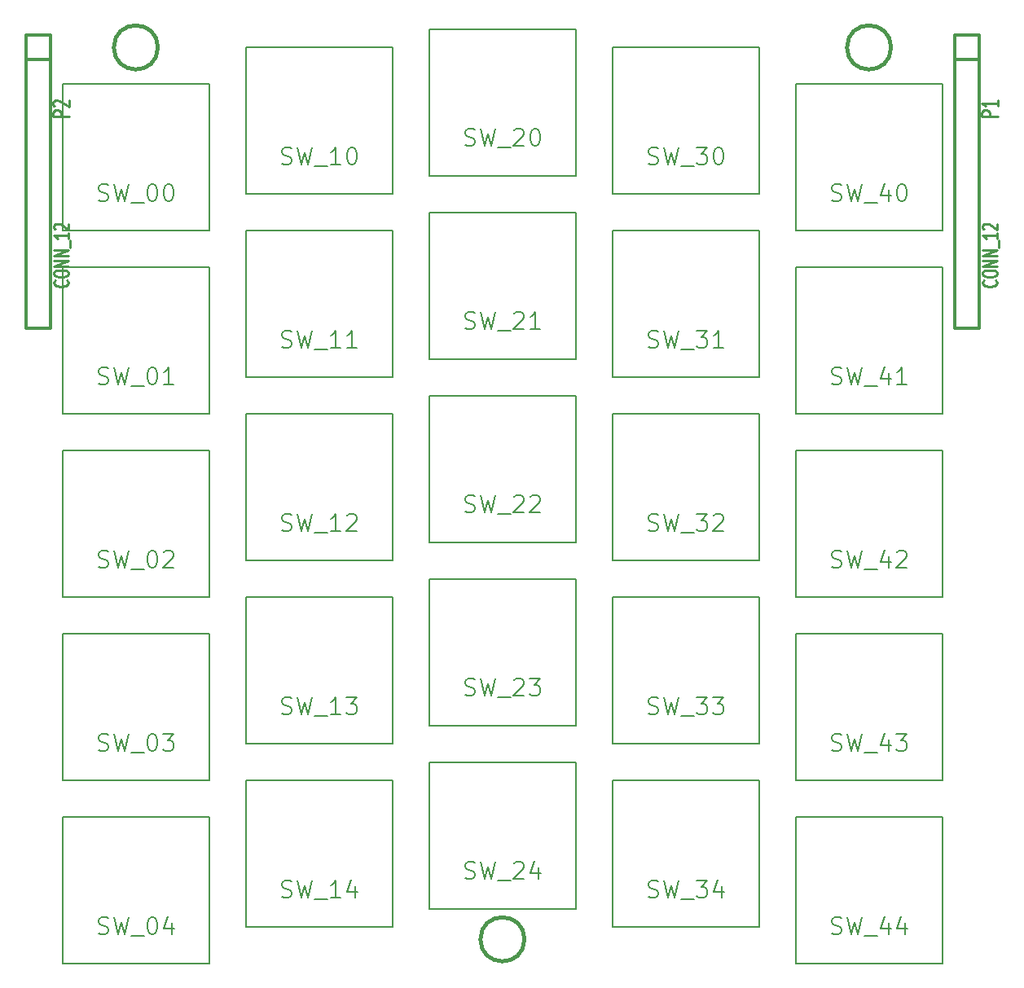
<source format=gto>
G04 (created by PCBNEW (2013-jul-07)-stable) date Monday, February 03, 2014 'pmt' 10:27:20 pm*
%MOIN*%
G04 Gerber Fmt 3.4, Leading zero omitted, Abs format*
%FSLAX34Y34*%
G01*
G70*
G90*
G04 APERTURE LIST*
%ADD10C,0.00590551*%
%ADD11C,0.006*%
%ADD12C,0.015*%
%ADD13C,0.012*%
%ADD14C,0.008*%
%ADD15C,0.0107*%
%ADD16C,0.01*%
G04 APERTURE END LIST*
G54D10*
G54D11*
X19000Y-33750D02*
X25000Y-33750D01*
X25000Y-33750D02*
X25000Y-39750D01*
X25000Y-39750D02*
X19000Y-39750D01*
X19000Y-39750D02*
X19000Y-33750D01*
X11500Y-35250D02*
X17500Y-35250D01*
X17500Y-35250D02*
X17500Y-41250D01*
X17500Y-41250D02*
X11500Y-41250D01*
X11500Y-41250D02*
X11500Y-35250D01*
X41500Y-27750D02*
X47500Y-27750D01*
X47500Y-27750D02*
X47500Y-33750D01*
X47500Y-33750D02*
X41500Y-33750D01*
X41500Y-33750D02*
X41500Y-27750D01*
X26500Y-33000D02*
X32500Y-33000D01*
X32500Y-33000D02*
X32500Y-39000D01*
X32500Y-39000D02*
X26500Y-39000D01*
X26500Y-39000D02*
X26500Y-33000D01*
X34000Y-26250D02*
X40000Y-26250D01*
X40000Y-26250D02*
X40000Y-32250D01*
X40000Y-32250D02*
X34000Y-32250D01*
X34000Y-32250D02*
X34000Y-26250D01*
X26500Y-25500D02*
X32500Y-25500D01*
X32500Y-25500D02*
X32500Y-31500D01*
X32500Y-31500D02*
X26500Y-31500D01*
X26500Y-31500D02*
X26500Y-25500D01*
X34000Y-33750D02*
X40000Y-33750D01*
X40000Y-33750D02*
X40000Y-39750D01*
X40000Y-39750D02*
X34000Y-39750D01*
X34000Y-39750D02*
X34000Y-33750D01*
X19000Y-26250D02*
X25000Y-26250D01*
X25000Y-26250D02*
X25000Y-32250D01*
X25000Y-32250D02*
X19000Y-32250D01*
X19000Y-32250D02*
X19000Y-26250D01*
X11500Y-27750D02*
X17500Y-27750D01*
X17500Y-27750D02*
X17500Y-33750D01*
X17500Y-33750D02*
X11500Y-33750D01*
X11500Y-33750D02*
X11500Y-27750D01*
X41500Y-35250D02*
X47500Y-35250D01*
X47500Y-35250D02*
X47500Y-41250D01*
X47500Y-41250D02*
X41500Y-41250D01*
X41500Y-41250D02*
X41500Y-35250D01*
X41500Y-20250D02*
X47500Y-20250D01*
X47500Y-20250D02*
X47500Y-26250D01*
X47500Y-26250D02*
X41500Y-26250D01*
X41500Y-26250D02*
X41500Y-20250D01*
X34000Y-18750D02*
X40000Y-18750D01*
X40000Y-18750D02*
X40000Y-24750D01*
X40000Y-24750D02*
X34000Y-24750D01*
X34000Y-24750D02*
X34000Y-18750D01*
X11500Y-42750D02*
X17500Y-42750D01*
X17500Y-42750D02*
X17500Y-48750D01*
X17500Y-48750D02*
X11500Y-48750D01*
X11500Y-48750D02*
X11500Y-42750D01*
X26500Y-18000D02*
X32500Y-18000D01*
X32500Y-18000D02*
X32500Y-24000D01*
X32500Y-24000D02*
X26500Y-24000D01*
X26500Y-24000D02*
X26500Y-18000D01*
X19000Y-18750D02*
X25000Y-18750D01*
X25000Y-18750D02*
X25000Y-24750D01*
X25000Y-24750D02*
X19000Y-24750D01*
X19000Y-24750D02*
X19000Y-18750D01*
X19000Y-41250D02*
X25000Y-41250D01*
X25000Y-41250D02*
X25000Y-47250D01*
X25000Y-47250D02*
X19000Y-47250D01*
X19000Y-47250D02*
X19000Y-41250D01*
X11500Y-12750D02*
X17500Y-12750D01*
X17500Y-12750D02*
X17500Y-18750D01*
X17500Y-18750D02*
X11500Y-18750D01*
X11500Y-18750D02*
X11500Y-12750D01*
X11500Y-20250D02*
X17500Y-20250D01*
X17500Y-20250D02*
X17500Y-26250D01*
X17500Y-26250D02*
X11500Y-26250D01*
X11500Y-26250D02*
X11500Y-20250D01*
X41500Y-12750D02*
X47500Y-12750D01*
X47500Y-12750D02*
X47500Y-18750D01*
X47500Y-18750D02*
X41500Y-18750D01*
X41500Y-18750D02*
X41500Y-12750D01*
X34000Y-11250D02*
X40000Y-11250D01*
X40000Y-11250D02*
X40000Y-17250D01*
X40000Y-17250D02*
X34000Y-17250D01*
X34000Y-17250D02*
X34000Y-11250D01*
X26500Y-10500D02*
X32500Y-10500D01*
X32500Y-10500D02*
X32500Y-16500D01*
X32500Y-16500D02*
X26500Y-16500D01*
X26500Y-16500D02*
X26500Y-10500D01*
X19000Y-11250D02*
X25000Y-11250D01*
X25000Y-11250D02*
X25000Y-17250D01*
X25000Y-17250D02*
X19000Y-17250D01*
X19000Y-17250D02*
X19000Y-11250D01*
X26500Y-40500D02*
X32500Y-40500D01*
X32500Y-40500D02*
X32500Y-46500D01*
X32500Y-46500D02*
X26500Y-46500D01*
X26500Y-46500D02*
X26500Y-40500D01*
X34000Y-41250D02*
X40000Y-41250D01*
X40000Y-41250D02*
X40000Y-47250D01*
X40000Y-47250D02*
X34000Y-47250D01*
X34000Y-47250D02*
X34000Y-41250D01*
X41500Y-42750D02*
X47500Y-42750D01*
X47500Y-42750D02*
X47500Y-48750D01*
X47500Y-48750D02*
X41500Y-48750D01*
X41500Y-48750D02*
X41500Y-42750D01*
G54D12*
X45400Y-11250D02*
G75*
G03X45400Y-11250I-900J0D01*
G74*
G01*
X15400Y-11250D02*
G75*
G03X15400Y-11250I-900J0D01*
G74*
G01*
X30400Y-47750D02*
G75*
G03X30400Y-47750I-900J0D01*
G74*
G01*
G54D13*
X48000Y-10750D02*
X48000Y-10750D01*
X48000Y-10750D02*
X49000Y-10750D01*
X49000Y-10750D02*
X49000Y-20750D01*
X48000Y-20750D02*
X48000Y-10750D01*
X48000Y-11750D02*
X49000Y-11750D01*
X49000Y-20750D02*
X49000Y-22500D01*
X49000Y-22500D02*
X49000Y-22750D01*
X49000Y-22750D02*
X48000Y-22750D01*
X48000Y-22750D02*
X48000Y-20750D01*
X10000Y-10750D02*
X10000Y-10750D01*
X10000Y-10750D02*
X11000Y-10750D01*
X11000Y-10750D02*
X11000Y-20750D01*
X10000Y-20750D02*
X10000Y-10750D01*
X10000Y-11750D02*
X11000Y-11750D01*
X11000Y-20750D02*
X11000Y-22500D01*
X11000Y-22500D02*
X11000Y-22750D01*
X11000Y-22750D02*
X10000Y-22750D01*
X10000Y-22750D02*
X10000Y-20750D01*
G54D14*
X20466Y-38500D02*
X20566Y-38533D01*
X20733Y-38533D01*
X20800Y-38500D01*
X20833Y-38466D01*
X20866Y-38400D01*
X20866Y-38333D01*
X20833Y-38266D01*
X20800Y-38233D01*
X20733Y-38200D01*
X20600Y-38166D01*
X20533Y-38133D01*
X20500Y-38100D01*
X20466Y-38033D01*
X20466Y-37966D01*
X20500Y-37900D01*
X20533Y-37866D01*
X20600Y-37833D01*
X20766Y-37833D01*
X20866Y-37866D01*
X21100Y-37833D02*
X21266Y-38533D01*
X21400Y-38033D01*
X21533Y-38533D01*
X21700Y-37833D01*
X21800Y-38600D02*
X22333Y-38600D01*
X22866Y-38533D02*
X22466Y-38533D01*
X22666Y-38533D02*
X22666Y-37833D01*
X22600Y-37933D01*
X22533Y-38000D01*
X22466Y-38033D01*
X23100Y-37833D02*
X23533Y-37833D01*
X23300Y-38100D01*
X23400Y-38100D01*
X23466Y-38133D01*
X23500Y-38166D01*
X23533Y-38233D01*
X23533Y-38400D01*
X23500Y-38466D01*
X23466Y-38500D01*
X23400Y-38533D01*
X23200Y-38533D01*
X23133Y-38500D01*
X23100Y-38466D01*
X12966Y-40000D02*
X13066Y-40033D01*
X13233Y-40033D01*
X13300Y-40000D01*
X13333Y-39966D01*
X13366Y-39900D01*
X13366Y-39833D01*
X13333Y-39766D01*
X13300Y-39733D01*
X13233Y-39700D01*
X13100Y-39666D01*
X13033Y-39633D01*
X13000Y-39600D01*
X12966Y-39533D01*
X12966Y-39466D01*
X13000Y-39400D01*
X13033Y-39366D01*
X13100Y-39333D01*
X13266Y-39333D01*
X13366Y-39366D01*
X13600Y-39333D02*
X13766Y-40033D01*
X13900Y-39533D01*
X14033Y-40033D01*
X14200Y-39333D01*
X14300Y-40100D02*
X14833Y-40100D01*
X15133Y-39333D02*
X15200Y-39333D01*
X15266Y-39366D01*
X15300Y-39400D01*
X15333Y-39466D01*
X15366Y-39600D01*
X15366Y-39766D01*
X15333Y-39900D01*
X15300Y-39966D01*
X15266Y-40000D01*
X15200Y-40033D01*
X15133Y-40033D01*
X15066Y-40000D01*
X15033Y-39966D01*
X15000Y-39900D01*
X14966Y-39766D01*
X14966Y-39600D01*
X15000Y-39466D01*
X15033Y-39400D01*
X15066Y-39366D01*
X15133Y-39333D01*
X15600Y-39333D02*
X16033Y-39333D01*
X15800Y-39600D01*
X15900Y-39600D01*
X15966Y-39633D01*
X16000Y-39666D01*
X16033Y-39733D01*
X16033Y-39900D01*
X16000Y-39966D01*
X15966Y-40000D01*
X15900Y-40033D01*
X15700Y-40033D01*
X15633Y-40000D01*
X15600Y-39966D01*
X42966Y-32500D02*
X43066Y-32533D01*
X43233Y-32533D01*
X43300Y-32500D01*
X43333Y-32466D01*
X43366Y-32400D01*
X43366Y-32333D01*
X43333Y-32266D01*
X43300Y-32233D01*
X43233Y-32200D01*
X43100Y-32166D01*
X43033Y-32133D01*
X43000Y-32100D01*
X42966Y-32033D01*
X42966Y-31966D01*
X43000Y-31900D01*
X43033Y-31866D01*
X43100Y-31833D01*
X43266Y-31833D01*
X43366Y-31866D01*
X43600Y-31833D02*
X43766Y-32533D01*
X43900Y-32033D01*
X44033Y-32533D01*
X44200Y-31833D01*
X44300Y-32600D02*
X44833Y-32600D01*
X45300Y-32066D02*
X45300Y-32533D01*
X45133Y-31800D02*
X44966Y-32300D01*
X45400Y-32300D01*
X45633Y-31900D02*
X45666Y-31866D01*
X45733Y-31833D01*
X45900Y-31833D01*
X45966Y-31866D01*
X46000Y-31900D01*
X46033Y-31966D01*
X46033Y-32033D01*
X46000Y-32133D01*
X45600Y-32533D01*
X46033Y-32533D01*
X27966Y-37750D02*
X28066Y-37783D01*
X28233Y-37783D01*
X28300Y-37750D01*
X28333Y-37716D01*
X28366Y-37650D01*
X28366Y-37583D01*
X28333Y-37516D01*
X28300Y-37483D01*
X28233Y-37450D01*
X28100Y-37416D01*
X28033Y-37383D01*
X28000Y-37350D01*
X27966Y-37283D01*
X27966Y-37216D01*
X28000Y-37150D01*
X28033Y-37116D01*
X28100Y-37083D01*
X28266Y-37083D01*
X28366Y-37116D01*
X28600Y-37083D02*
X28766Y-37783D01*
X28900Y-37283D01*
X29033Y-37783D01*
X29200Y-37083D01*
X29300Y-37850D02*
X29833Y-37850D01*
X29966Y-37150D02*
X30000Y-37116D01*
X30066Y-37083D01*
X30233Y-37083D01*
X30300Y-37116D01*
X30333Y-37150D01*
X30366Y-37216D01*
X30366Y-37283D01*
X30333Y-37383D01*
X29933Y-37783D01*
X30366Y-37783D01*
X30600Y-37083D02*
X31033Y-37083D01*
X30800Y-37350D01*
X30900Y-37350D01*
X30966Y-37383D01*
X31000Y-37416D01*
X31033Y-37483D01*
X31033Y-37650D01*
X31000Y-37716D01*
X30966Y-37750D01*
X30900Y-37783D01*
X30700Y-37783D01*
X30633Y-37750D01*
X30600Y-37716D01*
X35466Y-31000D02*
X35566Y-31033D01*
X35733Y-31033D01*
X35800Y-31000D01*
X35833Y-30966D01*
X35866Y-30900D01*
X35866Y-30833D01*
X35833Y-30766D01*
X35800Y-30733D01*
X35733Y-30700D01*
X35600Y-30666D01*
X35533Y-30633D01*
X35500Y-30600D01*
X35466Y-30533D01*
X35466Y-30466D01*
X35500Y-30400D01*
X35533Y-30366D01*
X35600Y-30333D01*
X35766Y-30333D01*
X35866Y-30366D01*
X36100Y-30333D02*
X36266Y-31033D01*
X36400Y-30533D01*
X36533Y-31033D01*
X36700Y-30333D01*
X36800Y-31100D02*
X37333Y-31100D01*
X37433Y-30333D02*
X37866Y-30333D01*
X37633Y-30600D01*
X37733Y-30600D01*
X37800Y-30633D01*
X37833Y-30666D01*
X37866Y-30733D01*
X37866Y-30900D01*
X37833Y-30966D01*
X37800Y-31000D01*
X37733Y-31033D01*
X37533Y-31033D01*
X37466Y-31000D01*
X37433Y-30966D01*
X38133Y-30400D02*
X38166Y-30366D01*
X38233Y-30333D01*
X38400Y-30333D01*
X38466Y-30366D01*
X38500Y-30400D01*
X38533Y-30466D01*
X38533Y-30533D01*
X38500Y-30633D01*
X38100Y-31033D01*
X38533Y-31033D01*
X27966Y-30250D02*
X28066Y-30283D01*
X28233Y-30283D01*
X28300Y-30250D01*
X28333Y-30216D01*
X28366Y-30150D01*
X28366Y-30083D01*
X28333Y-30016D01*
X28300Y-29983D01*
X28233Y-29950D01*
X28100Y-29916D01*
X28033Y-29883D01*
X28000Y-29850D01*
X27966Y-29783D01*
X27966Y-29716D01*
X28000Y-29650D01*
X28033Y-29616D01*
X28100Y-29583D01*
X28266Y-29583D01*
X28366Y-29616D01*
X28600Y-29583D02*
X28766Y-30283D01*
X28900Y-29783D01*
X29033Y-30283D01*
X29200Y-29583D01*
X29300Y-30350D02*
X29833Y-30350D01*
X29966Y-29650D02*
X30000Y-29616D01*
X30066Y-29583D01*
X30233Y-29583D01*
X30300Y-29616D01*
X30333Y-29650D01*
X30366Y-29716D01*
X30366Y-29783D01*
X30333Y-29883D01*
X29933Y-30283D01*
X30366Y-30283D01*
X30633Y-29650D02*
X30666Y-29616D01*
X30733Y-29583D01*
X30900Y-29583D01*
X30966Y-29616D01*
X31000Y-29650D01*
X31033Y-29716D01*
X31033Y-29783D01*
X31000Y-29883D01*
X30600Y-30283D01*
X31033Y-30283D01*
X35466Y-38500D02*
X35566Y-38533D01*
X35733Y-38533D01*
X35800Y-38500D01*
X35833Y-38466D01*
X35866Y-38400D01*
X35866Y-38333D01*
X35833Y-38266D01*
X35800Y-38233D01*
X35733Y-38200D01*
X35600Y-38166D01*
X35533Y-38133D01*
X35500Y-38100D01*
X35466Y-38033D01*
X35466Y-37966D01*
X35500Y-37900D01*
X35533Y-37866D01*
X35600Y-37833D01*
X35766Y-37833D01*
X35866Y-37866D01*
X36100Y-37833D02*
X36266Y-38533D01*
X36400Y-38033D01*
X36533Y-38533D01*
X36700Y-37833D01*
X36800Y-38600D02*
X37333Y-38600D01*
X37433Y-37833D02*
X37866Y-37833D01*
X37633Y-38100D01*
X37733Y-38100D01*
X37800Y-38133D01*
X37833Y-38166D01*
X37866Y-38233D01*
X37866Y-38400D01*
X37833Y-38466D01*
X37800Y-38500D01*
X37733Y-38533D01*
X37533Y-38533D01*
X37466Y-38500D01*
X37433Y-38466D01*
X38100Y-37833D02*
X38533Y-37833D01*
X38300Y-38100D01*
X38400Y-38100D01*
X38466Y-38133D01*
X38500Y-38166D01*
X38533Y-38233D01*
X38533Y-38400D01*
X38500Y-38466D01*
X38466Y-38500D01*
X38400Y-38533D01*
X38200Y-38533D01*
X38133Y-38500D01*
X38100Y-38466D01*
X20466Y-31000D02*
X20566Y-31033D01*
X20733Y-31033D01*
X20800Y-31000D01*
X20833Y-30966D01*
X20866Y-30900D01*
X20866Y-30833D01*
X20833Y-30766D01*
X20800Y-30733D01*
X20733Y-30700D01*
X20600Y-30666D01*
X20533Y-30633D01*
X20500Y-30600D01*
X20466Y-30533D01*
X20466Y-30466D01*
X20500Y-30400D01*
X20533Y-30366D01*
X20600Y-30333D01*
X20766Y-30333D01*
X20866Y-30366D01*
X21100Y-30333D02*
X21266Y-31033D01*
X21400Y-30533D01*
X21533Y-31033D01*
X21700Y-30333D01*
X21800Y-31100D02*
X22333Y-31100D01*
X22866Y-31033D02*
X22466Y-31033D01*
X22666Y-31033D02*
X22666Y-30333D01*
X22600Y-30433D01*
X22533Y-30500D01*
X22466Y-30533D01*
X23133Y-30400D02*
X23166Y-30366D01*
X23233Y-30333D01*
X23400Y-30333D01*
X23466Y-30366D01*
X23500Y-30400D01*
X23533Y-30466D01*
X23533Y-30533D01*
X23500Y-30633D01*
X23100Y-31033D01*
X23533Y-31033D01*
X12966Y-32500D02*
X13066Y-32533D01*
X13233Y-32533D01*
X13300Y-32500D01*
X13333Y-32466D01*
X13366Y-32400D01*
X13366Y-32333D01*
X13333Y-32266D01*
X13300Y-32233D01*
X13233Y-32200D01*
X13100Y-32166D01*
X13033Y-32133D01*
X13000Y-32100D01*
X12966Y-32033D01*
X12966Y-31966D01*
X13000Y-31900D01*
X13033Y-31866D01*
X13100Y-31833D01*
X13266Y-31833D01*
X13366Y-31866D01*
X13600Y-31833D02*
X13766Y-32533D01*
X13900Y-32033D01*
X14033Y-32533D01*
X14200Y-31833D01*
X14300Y-32600D02*
X14833Y-32600D01*
X15133Y-31833D02*
X15200Y-31833D01*
X15266Y-31866D01*
X15300Y-31900D01*
X15333Y-31966D01*
X15366Y-32100D01*
X15366Y-32266D01*
X15333Y-32400D01*
X15300Y-32466D01*
X15266Y-32500D01*
X15200Y-32533D01*
X15133Y-32533D01*
X15066Y-32500D01*
X15033Y-32466D01*
X15000Y-32400D01*
X14966Y-32266D01*
X14966Y-32100D01*
X15000Y-31966D01*
X15033Y-31900D01*
X15066Y-31866D01*
X15133Y-31833D01*
X15633Y-31900D02*
X15666Y-31866D01*
X15733Y-31833D01*
X15900Y-31833D01*
X15966Y-31866D01*
X16000Y-31900D01*
X16033Y-31966D01*
X16033Y-32033D01*
X16000Y-32133D01*
X15600Y-32533D01*
X16033Y-32533D01*
X42966Y-40000D02*
X43066Y-40033D01*
X43233Y-40033D01*
X43300Y-40000D01*
X43333Y-39966D01*
X43366Y-39900D01*
X43366Y-39833D01*
X43333Y-39766D01*
X43300Y-39733D01*
X43233Y-39700D01*
X43100Y-39666D01*
X43033Y-39633D01*
X43000Y-39600D01*
X42966Y-39533D01*
X42966Y-39466D01*
X43000Y-39400D01*
X43033Y-39366D01*
X43100Y-39333D01*
X43266Y-39333D01*
X43366Y-39366D01*
X43600Y-39333D02*
X43766Y-40033D01*
X43900Y-39533D01*
X44033Y-40033D01*
X44200Y-39333D01*
X44300Y-40100D02*
X44833Y-40100D01*
X45300Y-39566D02*
X45300Y-40033D01*
X45133Y-39300D02*
X44966Y-39800D01*
X45400Y-39800D01*
X45600Y-39333D02*
X46033Y-39333D01*
X45800Y-39600D01*
X45900Y-39600D01*
X45966Y-39633D01*
X46000Y-39666D01*
X46033Y-39733D01*
X46033Y-39900D01*
X46000Y-39966D01*
X45966Y-40000D01*
X45900Y-40033D01*
X45700Y-40033D01*
X45633Y-40000D01*
X45600Y-39966D01*
X42966Y-25000D02*
X43066Y-25033D01*
X43233Y-25033D01*
X43300Y-25000D01*
X43333Y-24966D01*
X43366Y-24900D01*
X43366Y-24833D01*
X43333Y-24766D01*
X43300Y-24733D01*
X43233Y-24700D01*
X43100Y-24666D01*
X43033Y-24633D01*
X43000Y-24600D01*
X42966Y-24533D01*
X42966Y-24466D01*
X43000Y-24400D01*
X43033Y-24366D01*
X43100Y-24333D01*
X43266Y-24333D01*
X43366Y-24366D01*
X43600Y-24333D02*
X43766Y-25033D01*
X43900Y-24533D01*
X44033Y-25033D01*
X44200Y-24333D01*
X44300Y-25100D02*
X44833Y-25100D01*
X45300Y-24566D02*
X45300Y-25033D01*
X45133Y-24300D02*
X44966Y-24800D01*
X45400Y-24800D01*
X46033Y-25033D02*
X45633Y-25033D01*
X45833Y-25033D02*
X45833Y-24333D01*
X45766Y-24433D01*
X45700Y-24500D01*
X45633Y-24533D01*
X35466Y-23500D02*
X35566Y-23533D01*
X35733Y-23533D01*
X35800Y-23500D01*
X35833Y-23466D01*
X35866Y-23400D01*
X35866Y-23333D01*
X35833Y-23266D01*
X35800Y-23233D01*
X35733Y-23200D01*
X35600Y-23166D01*
X35533Y-23133D01*
X35500Y-23100D01*
X35466Y-23033D01*
X35466Y-22966D01*
X35500Y-22900D01*
X35533Y-22866D01*
X35600Y-22833D01*
X35766Y-22833D01*
X35866Y-22866D01*
X36100Y-22833D02*
X36266Y-23533D01*
X36400Y-23033D01*
X36533Y-23533D01*
X36700Y-22833D01*
X36800Y-23600D02*
X37333Y-23600D01*
X37433Y-22833D02*
X37866Y-22833D01*
X37633Y-23100D01*
X37733Y-23100D01*
X37800Y-23133D01*
X37833Y-23166D01*
X37866Y-23233D01*
X37866Y-23400D01*
X37833Y-23466D01*
X37800Y-23500D01*
X37733Y-23533D01*
X37533Y-23533D01*
X37466Y-23500D01*
X37433Y-23466D01*
X38533Y-23533D02*
X38133Y-23533D01*
X38333Y-23533D02*
X38333Y-22833D01*
X38266Y-22933D01*
X38200Y-23000D01*
X38133Y-23033D01*
X12966Y-47500D02*
X13066Y-47533D01*
X13233Y-47533D01*
X13300Y-47500D01*
X13333Y-47466D01*
X13366Y-47400D01*
X13366Y-47333D01*
X13333Y-47266D01*
X13300Y-47233D01*
X13233Y-47200D01*
X13100Y-47166D01*
X13033Y-47133D01*
X13000Y-47100D01*
X12966Y-47033D01*
X12966Y-46966D01*
X13000Y-46900D01*
X13033Y-46866D01*
X13100Y-46833D01*
X13266Y-46833D01*
X13366Y-46866D01*
X13600Y-46833D02*
X13766Y-47533D01*
X13900Y-47033D01*
X14033Y-47533D01*
X14200Y-46833D01*
X14300Y-47600D02*
X14833Y-47600D01*
X15133Y-46833D02*
X15200Y-46833D01*
X15266Y-46866D01*
X15300Y-46900D01*
X15333Y-46966D01*
X15366Y-47100D01*
X15366Y-47266D01*
X15333Y-47400D01*
X15300Y-47466D01*
X15266Y-47500D01*
X15200Y-47533D01*
X15133Y-47533D01*
X15066Y-47500D01*
X15033Y-47466D01*
X15000Y-47400D01*
X14966Y-47266D01*
X14966Y-47100D01*
X15000Y-46966D01*
X15033Y-46900D01*
X15066Y-46866D01*
X15133Y-46833D01*
X15966Y-47066D02*
X15966Y-47533D01*
X15800Y-46800D02*
X15633Y-47300D01*
X16066Y-47300D01*
X27966Y-22750D02*
X28066Y-22783D01*
X28233Y-22783D01*
X28300Y-22750D01*
X28333Y-22716D01*
X28366Y-22650D01*
X28366Y-22583D01*
X28333Y-22516D01*
X28300Y-22483D01*
X28233Y-22450D01*
X28100Y-22416D01*
X28033Y-22383D01*
X28000Y-22350D01*
X27966Y-22283D01*
X27966Y-22216D01*
X28000Y-22150D01*
X28033Y-22116D01*
X28100Y-22083D01*
X28266Y-22083D01*
X28366Y-22116D01*
X28600Y-22083D02*
X28766Y-22783D01*
X28900Y-22283D01*
X29033Y-22783D01*
X29200Y-22083D01*
X29300Y-22850D02*
X29833Y-22850D01*
X29966Y-22150D02*
X30000Y-22116D01*
X30066Y-22083D01*
X30233Y-22083D01*
X30300Y-22116D01*
X30333Y-22150D01*
X30366Y-22216D01*
X30366Y-22283D01*
X30333Y-22383D01*
X29933Y-22783D01*
X30366Y-22783D01*
X31033Y-22783D02*
X30633Y-22783D01*
X30833Y-22783D02*
X30833Y-22083D01*
X30766Y-22183D01*
X30700Y-22250D01*
X30633Y-22283D01*
X20466Y-23500D02*
X20566Y-23533D01*
X20733Y-23533D01*
X20800Y-23500D01*
X20833Y-23466D01*
X20866Y-23400D01*
X20866Y-23333D01*
X20833Y-23266D01*
X20800Y-23233D01*
X20733Y-23200D01*
X20600Y-23166D01*
X20533Y-23133D01*
X20500Y-23100D01*
X20466Y-23033D01*
X20466Y-22966D01*
X20500Y-22900D01*
X20533Y-22866D01*
X20600Y-22833D01*
X20766Y-22833D01*
X20866Y-22866D01*
X21100Y-22833D02*
X21266Y-23533D01*
X21400Y-23033D01*
X21533Y-23533D01*
X21700Y-22833D01*
X21800Y-23600D02*
X22333Y-23600D01*
X22866Y-23533D02*
X22466Y-23533D01*
X22666Y-23533D02*
X22666Y-22833D01*
X22600Y-22933D01*
X22533Y-23000D01*
X22466Y-23033D01*
X23533Y-23533D02*
X23133Y-23533D01*
X23333Y-23533D02*
X23333Y-22833D01*
X23266Y-22933D01*
X23200Y-23000D01*
X23133Y-23033D01*
X20466Y-46000D02*
X20566Y-46033D01*
X20733Y-46033D01*
X20800Y-46000D01*
X20833Y-45966D01*
X20866Y-45900D01*
X20866Y-45833D01*
X20833Y-45766D01*
X20800Y-45733D01*
X20733Y-45700D01*
X20600Y-45666D01*
X20533Y-45633D01*
X20500Y-45600D01*
X20466Y-45533D01*
X20466Y-45466D01*
X20500Y-45400D01*
X20533Y-45366D01*
X20600Y-45333D01*
X20766Y-45333D01*
X20866Y-45366D01*
X21100Y-45333D02*
X21266Y-46033D01*
X21400Y-45533D01*
X21533Y-46033D01*
X21700Y-45333D01*
X21800Y-46100D02*
X22333Y-46100D01*
X22866Y-46033D02*
X22466Y-46033D01*
X22666Y-46033D02*
X22666Y-45333D01*
X22600Y-45433D01*
X22533Y-45500D01*
X22466Y-45533D01*
X23466Y-45566D02*
X23466Y-46033D01*
X23300Y-45300D02*
X23133Y-45800D01*
X23566Y-45800D01*
X12966Y-17500D02*
X13066Y-17533D01*
X13233Y-17533D01*
X13300Y-17500D01*
X13333Y-17466D01*
X13366Y-17400D01*
X13366Y-17333D01*
X13333Y-17266D01*
X13300Y-17233D01*
X13233Y-17200D01*
X13100Y-17166D01*
X13033Y-17133D01*
X13000Y-17100D01*
X12966Y-17033D01*
X12966Y-16966D01*
X13000Y-16900D01*
X13033Y-16866D01*
X13100Y-16833D01*
X13266Y-16833D01*
X13366Y-16866D01*
X13600Y-16833D02*
X13766Y-17533D01*
X13900Y-17033D01*
X14033Y-17533D01*
X14200Y-16833D01*
X14300Y-17600D02*
X14833Y-17600D01*
X15133Y-16833D02*
X15200Y-16833D01*
X15266Y-16866D01*
X15300Y-16900D01*
X15333Y-16966D01*
X15366Y-17100D01*
X15366Y-17266D01*
X15333Y-17400D01*
X15300Y-17466D01*
X15266Y-17500D01*
X15200Y-17533D01*
X15133Y-17533D01*
X15066Y-17500D01*
X15033Y-17466D01*
X15000Y-17400D01*
X14966Y-17266D01*
X14966Y-17100D01*
X15000Y-16966D01*
X15033Y-16900D01*
X15066Y-16866D01*
X15133Y-16833D01*
X15800Y-16833D02*
X15866Y-16833D01*
X15933Y-16866D01*
X15966Y-16900D01*
X16000Y-16966D01*
X16033Y-17100D01*
X16033Y-17266D01*
X16000Y-17400D01*
X15966Y-17466D01*
X15933Y-17500D01*
X15866Y-17533D01*
X15800Y-17533D01*
X15733Y-17500D01*
X15700Y-17466D01*
X15666Y-17400D01*
X15633Y-17266D01*
X15633Y-17100D01*
X15666Y-16966D01*
X15700Y-16900D01*
X15733Y-16866D01*
X15800Y-16833D01*
X12966Y-25000D02*
X13066Y-25033D01*
X13233Y-25033D01*
X13300Y-25000D01*
X13333Y-24966D01*
X13366Y-24900D01*
X13366Y-24833D01*
X13333Y-24766D01*
X13300Y-24733D01*
X13233Y-24700D01*
X13100Y-24666D01*
X13033Y-24633D01*
X13000Y-24600D01*
X12966Y-24533D01*
X12966Y-24466D01*
X13000Y-24400D01*
X13033Y-24366D01*
X13100Y-24333D01*
X13266Y-24333D01*
X13366Y-24366D01*
X13600Y-24333D02*
X13766Y-25033D01*
X13900Y-24533D01*
X14033Y-25033D01*
X14200Y-24333D01*
X14300Y-25100D02*
X14833Y-25100D01*
X15133Y-24333D02*
X15200Y-24333D01*
X15266Y-24366D01*
X15300Y-24400D01*
X15333Y-24466D01*
X15366Y-24600D01*
X15366Y-24766D01*
X15333Y-24900D01*
X15300Y-24966D01*
X15266Y-25000D01*
X15200Y-25033D01*
X15133Y-25033D01*
X15066Y-25000D01*
X15033Y-24966D01*
X15000Y-24900D01*
X14966Y-24766D01*
X14966Y-24600D01*
X15000Y-24466D01*
X15033Y-24400D01*
X15066Y-24366D01*
X15133Y-24333D01*
X16033Y-25033D02*
X15633Y-25033D01*
X15833Y-25033D02*
X15833Y-24333D01*
X15766Y-24433D01*
X15700Y-24500D01*
X15633Y-24533D01*
X42966Y-17500D02*
X43066Y-17533D01*
X43233Y-17533D01*
X43300Y-17500D01*
X43333Y-17466D01*
X43366Y-17400D01*
X43366Y-17333D01*
X43333Y-17266D01*
X43300Y-17233D01*
X43233Y-17200D01*
X43100Y-17166D01*
X43033Y-17133D01*
X43000Y-17100D01*
X42966Y-17033D01*
X42966Y-16966D01*
X43000Y-16900D01*
X43033Y-16866D01*
X43100Y-16833D01*
X43266Y-16833D01*
X43366Y-16866D01*
X43600Y-16833D02*
X43766Y-17533D01*
X43900Y-17033D01*
X44033Y-17533D01*
X44200Y-16833D01*
X44300Y-17600D02*
X44833Y-17600D01*
X45300Y-17066D02*
X45300Y-17533D01*
X45133Y-16800D02*
X44966Y-17300D01*
X45400Y-17300D01*
X45800Y-16833D02*
X45866Y-16833D01*
X45933Y-16866D01*
X45966Y-16900D01*
X46000Y-16966D01*
X46033Y-17100D01*
X46033Y-17266D01*
X46000Y-17400D01*
X45966Y-17466D01*
X45933Y-17500D01*
X45866Y-17533D01*
X45800Y-17533D01*
X45733Y-17500D01*
X45700Y-17466D01*
X45666Y-17400D01*
X45633Y-17266D01*
X45633Y-17100D01*
X45666Y-16966D01*
X45700Y-16900D01*
X45733Y-16866D01*
X45800Y-16833D01*
X35466Y-16000D02*
X35566Y-16033D01*
X35733Y-16033D01*
X35800Y-16000D01*
X35833Y-15966D01*
X35866Y-15900D01*
X35866Y-15833D01*
X35833Y-15766D01*
X35800Y-15733D01*
X35733Y-15700D01*
X35600Y-15666D01*
X35533Y-15633D01*
X35500Y-15600D01*
X35466Y-15533D01*
X35466Y-15466D01*
X35500Y-15400D01*
X35533Y-15366D01*
X35600Y-15333D01*
X35766Y-15333D01*
X35866Y-15366D01*
X36100Y-15333D02*
X36266Y-16033D01*
X36400Y-15533D01*
X36533Y-16033D01*
X36700Y-15333D01*
X36800Y-16100D02*
X37333Y-16100D01*
X37433Y-15333D02*
X37866Y-15333D01*
X37633Y-15600D01*
X37733Y-15600D01*
X37800Y-15633D01*
X37833Y-15666D01*
X37866Y-15733D01*
X37866Y-15900D01*
X37833Y-15966D01*
X37800Y-16000D01*
X37733Y-16033D01*
X37533Y-16033D01*
X37466Y-16000D01*
X37433Y-15966D01*
X38300Y-15333D02*
X38366Y-15333D01*
X38433Y-15366D01*
X38466Y-15400D01*
X38500Y-15466D01*
X38533Y-15600D01*
X38533Y-15766D01*
X38500Y-15900D01*
X38466Y-15966D01*
X38433Y-16000D01*
X38366Y-16033D01*
X38300Y-16033D01*
X38233Y-16000D01*
X38200Y-15966D01*
X38166Y-15900D01*
X38133Y-15766D01*
X38133Y-15600D01*
X38166Y-15466D01*
X38200Y-15400D01*
X38233Y-15366D01*
X38300Y-15333D01*
X27966Y-15250D02*
X28066Y-15283D01*
X28233Y-15283D01*
X28300Y-15250D01*
X28333Y-15216D01*
X28366Y-15150D01*
X28366Y-15083D01*
X28333Y-15016D01*
X28300Y-14983D01*
X28233Y-14950D01*
X28100Y-14916D01*
X28033Y-14883D01*
X28000Y-14850D01*
X27966Y-14783D01*
X27966Y-14716D01*
X28000Y-14650D01*
X28033Y-14616D01*
X28100Y-14583D01*
X28266Y-14583D01*
X28366Y-14616D01*
X28600Y-14583D02*
X28766Y-15283D01*
X28900Y-14783D01*
X29033Y-15283D01*
X29200Y-14583D01*
X29300Y-15350D02*
X29833Y-15350D01*
X29966Y-14650D02*
X30000Y-14616D01*
X30066Y-14583D01*
X30233Y-14583D01*
X30300Y-14616D01*
X30333Y-14650D01*
X30366Y-14716D01*
X30366Y-14783D01*
X30333Y-14883D01*
X29933Y-15283D01*
X30366Y-15283D01*
X30800Y-14583D02*
X30866Y-14583D01*
X30933Y-14616D01*
X30966Y-14650D01*
X31000Y-14716D01*
X31033Y-14850D01*
X31033Y-15016D01*
X31000Y-15150D01*
X30966Y-15216D01*
X30933Y-15250D01*
X30866Y-15283D01*
X30800Y-15283D01*
X30733Y-15250D01*
X30700Y-15216D01*
X30666Y-15150D01*
X30633Y-15016D01*
X30633Y-14850D01*
X30666Y-14716D01*
X30700Y-14650D01*
X30733Y-14616D01*
X30800Y-14583D01*
X20466Y-16000D02*
X20566Y-16033D01*
X20733Y-16033D01*
X20800Y-16000D01*
X20833Y-15966D01*
X20866Y-15900D01*
X20866Y-15833D01*
X20833Y-15766D01*
X20800Y-15733D01*
X20733Y-15700D01*
X20600Y-15666D01*
X20533Y-15633D01*
X20500Y-15600D01*
X20466Y-15533D01*
X20466Y-15466D01*
X20500Y-15400D01*
X20533Y-15366D01*
X20600Y-15333D01*
X20766Y-15333D01*
X20866Y-15366D01*
X21100Y-15333D02*
X21266Y-16033D01*
X21400Y-15533D01*
X21533Y-16033D01*
X21700Y-15333D01*
X21800Y-16100D02*
X22333Y-16100D01*
X22866Y-16033D02*
X22466Y-16033D01*
X22666Y-16033D02*
X22666Y-15333D01*
X22600Y-15433D01*
X22533Y-15500D01*
X22466Y-15533D01*
X23300Y-15333D02*
X23366Y-15333D01*
X23433Y-15366D01*
X23466Y-15400D01*
X23500Y-15466D01*
X23533Y-15600D01*
X23533Y-15766D01*
X23500Y-15900D01*
X23466Y-15966D01*
X23433Y-16000D01*
X23366Y-16033D01*
X23300Y-16033D01*
X23233Y-16000D01*
X23200Y-15966D01*
X23166Y-15900D01*
X23133Y-15766D01*
X23133Y-15600D01*
X23166Y-15466D01*
X23200Y-15400D01*
X23233Y-15366D01*
X23300Y-15333D01*
X27966Y-45250D02*
X28066Y-45283D01*
X28233Y-45283D01*
X28300Y-45250D01*
X28333Y-45216D01*
X28366Y-45150D01*
X28366Y-45083D01*
X28333Y-45016D01*
X28300Y-44983D01*
X28233Y-44950D01*
X28100Y-44916D01*
X28033Y-44883D01*
X28000Y-44850D01*
X27966Y-44783D01*
X27966Y-44716D01*
X28000Y-44650D01*
X28033Y-44616D01*
X28100Y-44583D01*
X28266Y-44583D01*
X28366Y-44616D01*
X28600Y-44583D02*
X28766Y-45283D01*
X28900Y-44783D01*
X29033Y-45283D01*
X29200Y-44583D01*
X29300Y-45350D02*
X29833Y-45350D01*
X29966Y-44650D02*
X30000Y-44616D01*
X30066Y-44583D01*
X30233Y-44583D01*
X30300Y-44616D01*
X30333Y-44650D01*
X30366Y-44716D01*
X30366Y-44783D01*
X30333Y-44883D01*
X29933Y-45283D01*
X30366Y-45283D01*
X30966Y-44816D02*
X30966Y-45283D01*
X30800Y-44550D02*
X30633Y-45050D01*
X31066Y-45050D01*
X35466Y-46000D02*
X35566Y-46033D01*
X35733Y-46033D01*
X35800Y-46000D01*
X35833Y-45966D01*
X35866Y-45900D01*
X35866Y-45833D01*
X35833Y-45766D01*
X35800Y-45733D01*
X35733Y-45700D01*
X35600Y-45666D01*
X35533Y-45633D01*
X35500Y-45600D01*
X35466Y-45533D01*
X35466Y-45466D01*
X35500Y-45400D01*
X35533Y-45366D01*
X35600Y-45333D01*
X35766Y-45333D01*
X35866Y-45366D01*
X36100Y-45333D02*
X36266Y-46033D01*
X36400Y-45533D01*
X36533Y-46033D01*
X36700Y-45333D01*
X36800Y-46100D02*
X37333Y-46100D01*
X37433Y-45333D02*
X37866Y-45333D01*
X37633Y-45600D01*
X37733Y-45600D01*
X37800Y-45633D01*
X37833Y-45666D01*
X37866Y-45733D01*
X37866Y-45900D01*
X37833Y-45966D01*
X37800Y-46000D01*
X37733Y-46033D01*
X37533Y-46033D01*
X37466Y-46000D01*
X37433Y-45966D01*
X38466Y-45566D02*
X38466Y-46033D01*
X38300Y-45300D02*
X38133Y-45800D01*
X38566Y-45800D01*
X42966Y-47500D02*
X43066Y-47533D01*
X43233Y-47533D01*
X43300Y-47500D01*
X43333Y-47466D01*
X43366Y-47400D01*
X43366Y-47333D01*
X43333Y-47266D01*
X43300Y-47233D01*
X43233Y-47200D01*
X43100Y-47166D01*
X43033Y-47133D01*
X43000Y-47100D01*
X42966Y-47033D01*
X42966Y-46966D01*
X43000Y-46900D01*
X43033Y-46866D01*
X43100Y-46833D01*
X43266Y-46833D01*
X43366Y-46866D01*
X43600Y-46833D02*
X43766Y-47533D01*
X43900Y-47033D01*
X44033Y-47533D01*
X44200Y-46833D01*
X44300Y-47600D02*
X44833Y-47600D01*
X45300Y-47066D02*
X45300Y-47533D01*
X45133Y-46800D02*
X44966Y-47300D01*
X45400Y-47300D01*
X45966Y-47066D02*
X45966Y-47533D01*
X45800Y-46800D02*
X45633Y-47300D01*
X46066Y-47300D01*
G54D15*
X49775Y-14065D02*
X49094Y-14065D01*
X49094Y-13902D01*
X49127Y-13862D01*
X49159Y-13841D01*
X49224Y-13821D01*
X49321Y-13821D01*
X49386Y-13841D01*
X49418Y-13862D01*
X49451Y-13902D01*
X49451Y-14065D01*
X49775Y-13413D02*
X49775Y-13658D01*
X49775Y-13536D02*
X49094Y-13536D01*
X49191Y-13576D01*
X49256Y-13617D01*
X49289Y-13658D01*
G54D13*
G54D16*
X49685Y-20788D02*
X49714Y-20807D01*
X49742Y-20864D01*
X49742Y-20902D01*
X49714Y-20959D01*
X49657Y-20997D01*
X49600Y-21016D01*
X49485Y-21035D01*
X49400Y-21035D01*
X49285Y-21016D01*
X49228Y-20997D01*
X49171Y-20959D01*
X49142Y-20902D01*
X49142Y-20864D01*
X49171Y-20807D01*
X49200Y-20788D01*
X49142Y-20540D02*
X49142Y-20464D01*
X49171Y-20426D01*
X49228Y-20388D01*
X49342Y-20369D01*
X49542Y-20369D01*
X49657Y-20388D01*
X49714Y-20426D01*
X49742Y-20464D01*
X49742Y-20540D01*
X49714Y-20578D01*
X49657Y-20616D01*
X49542Y-20635D01*
X49342Y-20635D01*
X49228Y-20616D01*
X49171Y-20578D01*
X49142Y-20540D01*
X49742Y-20197D02*
X49142Y-20197D01*
X49742Y-19969D01*
X49142Y-19969D01*
X49742Y-19778D02*
X49142Y-19778D01*
X49742Y-19550D01*
X49142Y-19550D01*
X49800Y-19454D02*
X49800Y-19150D01*
X49742Y-18845D02*
X49742Y-19073D01*
X49742Y-18959D02*
X49142Y-18959D01*
X49228Y-18997D01*
X49285Y-19035D01*
X49314Y-19073D01*
X49200Y-18692D02*
X49171Y-18673D01*
X49142Y-18635D01*
X49142Y-18540D01*
X49171Y-18502D01*
X49200Y-18483D01*
X49257Y-18464D01*
X49314Y-18464D01*
X49400Y-18483D01*
X49742Y-18711D01*
X49742Y-18464D01*
G54D13*
G54D15*
X11775Y-14065D02*
X11094Y-14065D01*
X11094Y-13902D01*
X11127Y-13862D01*
X11159Y-13841D01*
X11224Y-13821D01*
X11321Y-13821D01*
X11386Y-13841D01*
X11418Y-13862D01*
X11451Y-13902D01*
X11451Y-14065D01*
X11159Y-13658D02*
X11127Y-13637D01*
X11094Y-13597D01*
X11094Y-13495D01*
X11127Y-13454D01*
X11159Y-13434D01*
X11224Y-13413D01*
X11289Y-13413D01*
X11386Y-13434D01*
X11775Y-13678D01*
X11775Y-13413D01*
G54D13*
G54D16*
X11685Y-20788D02*
X11714Y-20807D01*
X11742Y-20864D01*
X11742Y-20902D01*
X11714Y-20959D01*
X11657Y-20997D01*
X11600Y-21016D01*
X11485Y-21035D01*
X11400Y-21035D01*
X11285Y-21016D01*
X11228Y-20997D01*
X11171Y-20959D01*
X11142Y-20902D01*
X11142Y-20864D01*
X11171Y-20807D01*
X11200Y-20788D01*
X11142Y-20540D02*
X11142Y-20464D01*
X11171Y-20426D01*
X11228Y-20388D01*
X11342Y-20369D01*
X11542Y-20369D01*
X11657Y-20388D01*
X11714Y-20426D01*
X11742Y-20464D01*
X11742Y-20540D01*
X11714Y-20578D01*
X11657Y-20616D01*
X11542Y-20635D01*
X11342Y-20635D01*
X11228Y-20616D01*
X11171Y-20578D01*
X11142Y-20540D01*
X11742Y-20197D02*
X11142Y-20197D01*
X11742Y-19969D01*
X11142Y-19969D01*
X11742Y-19778D02*
X11142Y-19778D01*
X11742Y-19550D01*
X11142Y-19550D01*
X11800Y-19454D02*
X11800Y-19150D01*
X11742Y-18845D02*
X11742Y-19073D01*
X11742Y-18959D02*
X11142Y-18959D01*
X11228Y-18997D01*
X11285Y-19035D01*
X11314Y-19073D01*
X11200Y-18692D02*
X11171Y-18673D01*
X11142Y-18635D01*
X11142Y-18540D01*
X11171Y-18502D01*
X11200Y-18483D01*
X11257Y-18464D01*
X11314Y-18464D01*
X11400Y-18483D01*
X11742Y-18711D01*
X11742Y-18464D01*
G54D13*
M02*

</source>
